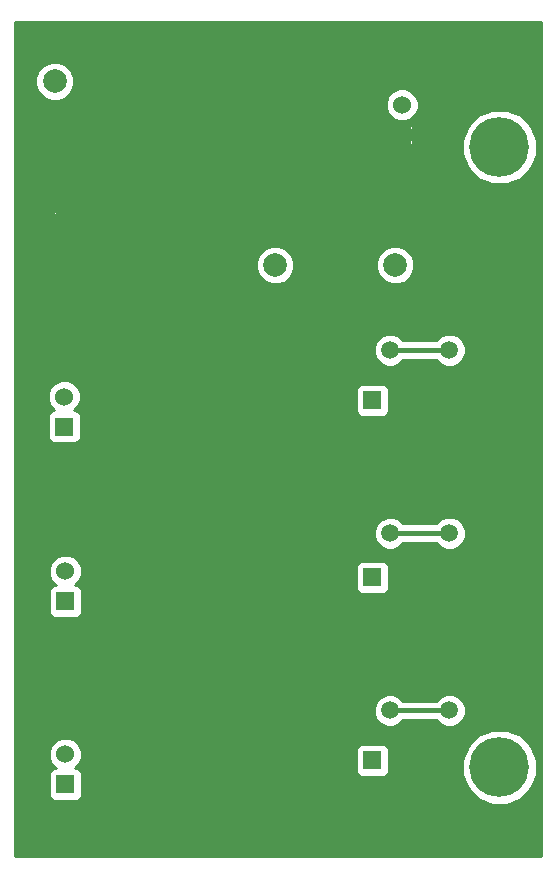
<source format=gbl>
%FSLAX34Y34*%
G04 Gerber Fmt 3.4, Leading zero omitted, Abs format*
G04 (created by PCBNEW (2013-12-18 BZR 4557)-product) date lun 23 dic 2013 19:24:46 CLST*
%MOIN*%
G01*
G70*
G90*
G04 APERTURE LIST*
%ADD10C,0.005906*%
%ADD11C,0.199370*%
%ADD12C,0.078700*%
%ADD13R,0.060000X0.060000*%
%ADD14C,0.060000*%
%ADD15C,0.059055*%
%ADD16C,0.015748*%
%ADD17C,0.010000*%
G04 APERTURE END LIST*
G54D10*
G54D11*
X53937Y-31299D03*
G54D12*
X39114Y-33110D03*
X39114Y-29110D03*
X50453Y-35236D03*
X46453Y-35236D03*
G54D13*
X50688Y-30893D03*
G54D14*
X50688Y-29893D03*
G54D13*
X39429Y-40618D03*
G54D14*
X39429Y-39618D03*
G54D13*
X39468Y-52547D03*
G54D14*
X39468Y-51547D03*
G54D13*
X39468Y-46444D03*
G54D14*
X39468Y-45444D03*
G54D13*
X49704Y-39736D03*
G54D14*
X49704Y-40736D03*
G54D13*
X49704Y-45641D03*
G54D14*
X49704Y-46641D03*
G54D13*
X49704Y-51744D03*
G54D14*
X49704Y-52744D03*
G54D11*
X53937Y-51968D03*
G54D15*
X52263Y-50078D03*
X50295Y-50078D03*
X50295Y-44173D03*
X52263Y-44173D03*
X50295Y-38070D03*
X52263Y-38070D03*
X48326Y-31181D03*
X48129Y-32755D03*
G54D16*
X52263Y-50078D02*
X50295Y-50078D01*
X52263Y-44173D02*
X50295Y-44173D01*
X50295Y-38070D02*
X52263Y-38070D01*
X48326Y-31181D02*
X48326Y-32559D01*
X48326Y-32559D02*
X48129Y-32755D01*
G54D10*
G36*
X55330Y-54917D02*
X55184Y-54917D01*
X55184Y-51721D01*
X55184Y-31052D01*
X54994Y-30593D01*
X54644Y-30242D01*
X54186Y-30052D01*
X53690Y-30052D01*
X53231Y-30241D01*
X52880Y-30592D01*
X52690Y-31050D01*
X52689Y-31546D01*
X52879Y-32004D01*
X53229Y-32355D01*
X53687Y-32545D01*
X54183Y-32546D01*
X54642Y-32356D01*
X54993Y-32006D01*
X55183Y-31548D01*
X55184Y-31052D01*
X55184Y-51721D01*
X54994Y-51263D01*
X54644Y-50912D01*
X54186Y-50721D01*
X53690Y-50721D01*
X53231Y-50910D01*
X52880Y-51261D01*
X52809Y-51433D01*
X52809Y-49970D01*
X52809Y-44065D01*
X52809Y-37962D01*
X52726Y-37762D01*
X52573Y-37608D01*
X52372Y-37525D01*
X52155Y-37525D01*
X51955Y-37608D01*
X51821Y-37742D01*
X51239Y-37742D01*
X51239Y-29784D01*
X51155Y-29582D01*
X51000Y-29427D01*
X50798Y-29343D01*
X50580Y-29343D01*
X50377Y-29427D01*
X50222Y-29581D01*
X50139Y-29783D01*
X50138Y-30002D01*
X50222Y-30204D01*
X50377Y-30359D01*
X50579Y-30443D01*
X50797Y-30443D01*
X51000Y-30360D01*
X51154Y-30205D01*
X51238Y-30003D01*
X51239Y-29784D01*
X51239Y-37742D01*
X51096Y-37742D01*
X51096Y-35108D01*
X51038Y-34968D01*
X51038Y-31203D01*
X51038Y-31056D01*
X51038Y-30731D01*
X51038Y-30583D01*
X51031Y-30565D01*
X51017Y-30551D01*
X50998Y-30543D01*
X50979Y-30543D01*
X50851Y-30543D01*
X50838Y-30556D01*
X50838Y-30743D01*
X51026Y-30743D01*
X51038Y-30731D01*
X51038Y-31056D01*
X51026Y-31043D01*
X50838Y-31043D01*
X50838Y-31231D01*
X50851Y-31243D01*
X50979Y-31243D01*
X50998Y-31243D01*
X51017Y-31236D01*
X51031Y-31222D01*
X51038Y-31203D01*
X51038Y-34968D01*
X50999Y-34872D01*
X50818Y-34691D01*
X50581Y-34592D01*
X50538Y-34592D01*
X50538Y-31231D01*
X50538Y-31043D01*
X50538Y-30743D01*
X50538Y-30556D01*
X50526Y-30543D01*
X50398Y-30543D01*
X50379Y-30543D01*
X50360Y-30551D01*
X50346Y-30565D01*
X50338Y-30583D01*
X50338Y-30731D01*
X50351Y-30743D01*
X50538Y-30743D01*
X50538Y-31043D01*
X50351Y-31043D01*
X50338Y-31056D01*
X50338Y-31203D01*
X50346Y-31222D01*
X50360Y-31236D01*
X50379Y-31243D01*
X50398Y-31243D01*
X50526Y-31243D01*
X50538Y-31231D01*
X50538Y-34592D01*
X50325Y-34592D01*
X50089Y-34690D01*
X49908Y-34871D01*
X49809Y-35107D01*
X49809Y-35363D01*
X49907Y-35600D01*
X50088Y-35781D01*
X50324Y-35879D01*
X50580Y-35879D01*
X50817Y-35782D01*
X50998Y-35601D01*
X51096Y-35364D01*
X51096Y-35108D01*
X51096Y-37742D01*
X50737Y-37742D01*
X50604Y-37608D01*
X50404Y-37525D01*
X50187Y-37525D01*
X49986Y-37608D01*
X49833Y-37761D01*
X49750Y-37961D01*
X49749Y-38178D01*
X49832Y-38379D01*
X49985Y-38532D01*
X50186Y-38616D01*
X50403Y-38616D01*
X50603Y-38533D01*
X50737Y-38399D01*
X51821Y-38399D01*
X51954Y-38532D01*
X52154Y-38616D01*
X52371Y-38616D01*
X52572Y-38533D01*
X52725Y-38380D01*
X52808Y-38179D01*
X52809Y-37962D01*
X52809Y-44065D01*
X52726Y-43864D01*
X52573Y-43711D01*
X52372Y-43628D01*
X52155Y-43627D01*
X51955Y-43710D01*
X51821Y-43844D01*
X50737Y-43844D01*
X50604Y-43711D01*
X50404Y-43628D01*
X50254Y-43627D01*
X50254Y-40085D01*
X50254Y-39986D01*
X50254Y-39386D01*
X50216Y-39294D01*
X50146Y-39224D01*
X50054Y-39186D01*
X49954Y-39186D01*
X49354Y-39186D01*
X49263Y-39224D01*
X49192Y-39294D01*
X49154Y-39386D01*
X49154Y-39485D01*
X49154Y-40085D01*
X49192Y-40177D01*
X49263Y-40248D01*
X49354Y-40286D01*
X49454Y-40286D01*
X50054Y-40286D01*
X50146Y-40248D01*
X50216Y-40177D01*
X50254Y-40085D01*
X50254Y-43627D01*
X50187Y-43627D01*
X50054Y-43682D01*
X50054Y-40805D01*
X50054Y-40667D01*
X50029Y-40623D01*
X49916Y-40736D01*
X50029Y-40849D01*
X50054Y-40805D01*
X50054Y-43682D01*
X49986Y-43710D01*
X49833Y-43863D01*
X49817Y-43901D01*
X49817Y-41061D01*
X49817Y-40410D01*
X49773Y-40386D01*
X49635Y-40386D01*
X49591Y-40410D01*
X49704Y-40524D01*
X49817Y-40410D01*
X49817Y-41061D01*
X49704Y-40948D01*
X49591Y-41061D01*
X49635Y-41086D01*
X49773Y-41086D01*
X49817Y-41061D01*
X49817Y-43901D01*
X49750Y-44064D01*
X49749Y-44281D01*
X49832Y-44481D01*
X49985Y-44635D01*
X50186Y-44718D01*
X50403Y-44718D01*
X50603Y-44635D01*
X50737Y-44501D01*
X51821Y-44501D01*
X51954Y-44635D01*
X52154Y-44718D01*
X52371Y-44718D01*
X52572Y-44635D01*
X52725Y-44482D01*
X52808Y-44282D01*
X52809Y-44065D01*
X52809Y-49970D01*
X52726Y-49770D01*
X52573Y-49616D01*
X52372Y-49533D01*
X52155Y-49533D01*
X51955Y-49616D01*
X51821Y-49750D01*
X50737Y-49750D01*
X50604Y-49616D01*
X50404Y-49533D01*
X50254Y-49533D01*
X50254Y-45991D01*
X50254Y-45892D01*
X50254Y-45292D01*
X50216Y-45200D01*
X50146Y-45129D01*
X50054Y-45091D01*
X49954Y-45091D01*
X49492Y-45091D01*
X49492Y-40736D01*
X49379Y-40623D01*
X49354Y-40667D01*
X49354Y-40805D01*
X49379Y-40849D01*
X49492Y-40736D01*
X49492Y-45091D01*
X49354Y-45091D01*
X49263Y-45129D01*
X49192Y-45200D01*
X49154Y-45292D01*
X49154Y-45391D01*
X49154Y-45991D01*
X49192Y-46083D01*
X49263Y-46153D01*
X49354Y-46191D01*
X49454Y-46191D01*
X50054Y-46191D01*
X50146Y-46153D01*
X50216Y-46083D01*
X50254Y-45991D01*
X50254Y-49533D01*
X50187Y-49533D01*
X50054Y-49588D01*
X50054Y-46710D01*
X50054Y-46572D01*
X50029Y-46528D01*
X49916Y-46641D01*
X50029Y-46754D01*
X50054Y-46710D01*
X50054Y-49588D01*
X49986Y-49616D01*
X49833Y-49769D01*
X49817Y-49806D01*
X49817Y-46966D01*
X49817Y-46316D01*
X49773Y-46291D01*
X49635Y-46291D01*
X49591Y-46316D01*
X49704Y-46429D01*
X49817Y-46316D01*
X49817Y-46966D01*
X49704Y-46853D01*
X49591Y-46966D01*
X49635Y-46991D01*
X49773Y-46991D01*
X49817Y-46966D01*
X49817Y-49806D01*
X49750Y-49969D01*
X49749Y-50186D01*
X49832Y-50387D01*
X49985Y-50540D01*
X50186Y-50623D01*
X50403Y-50624D01*
X50603Y-50541D01*
X50737Y-50407D01*
X51821Y-50407D01*
X51954Y-50540D01*
X52154Y-50623D01*
X52371Y-50624D01*
X52572Y-50541D01*
X52725Y-50388D01*
X52808Y-50187D01*
X52809Y-49970D01*
X52809Y-51433D01*
X52690Y-51719D01*
X52689Y-52215D01*
X52879Y-52673D01*
X53229Y-53024D01*
X53687Y-53215D01*
X54183Y-53215D01*
X54642Y-53026D01*
X54993Y-52675D01*
X55183Y-52217D01*
X55184Y-51721D01*
X55184Y-54917D01*
X50254Y-54917D01*
X50254Y-52093D01*
X50254Y-51994D01*
X50254Y-51394D01*
X50216Y-51302D01*
X50146Y-51232D01*
X50054Y-51194D01*
X49954Y-51194D01*
X49492Y-51194D01*
X49492Y-46641D01*
X49379Y-46528D01*
X49354Y-46572D01*
X49354Y-46710D01*
X49379Y-46754D01*
X49492Y-46641D01*
X49492Y-51194D01*
X49354Y-51194D01*
X49263Y-51232D01*
X49192Y-51302D01*
X49154Y-51394D01*
X49154Y-51493D01*
X49154Y-52093D01*
X49192Y-52185D01*
X49263Y-52256D01*
X49354Y-52294D01*
X49454Y-52294D01*
X50054Y-52294D01*
X50146Y-52256D01*
X50216Y-52185D01*
X50254Y-52093D01*
X50254Y-54917D01*
X50054Y-54917D01*
X50054Y-52813D01*
X50054Y-52675D01*
X50029Y-52630D01*
X49916Y-52744D01*
X50029Y-52857D01*
X50054Y-52813D01*
X50054Y-54917D01*
X49817Y-54917D01*
X49817Y-53069D01*
X49817Y-52418D01*
X49773Y-52393D01*
X49635Y-52393D01*
X49591Y-52418D01*
X49704Y-52531D01*
X49817Y-52418D01*
X49817Y-53069D01*
X49704Y-52956D01*
X49591Y-53069D01*
X49635Y-53094D01*
X49773Y-53094D01*
X49817Y-53069D01*
X49817Y-54917D01*
X49492Y-54917D01*
X49492Y-52744D01*
X49379Y-52630D01*
X49354Y-52675D01*
X49354Y-52813D01*
X49379Y-52857D01*
X49492Y-52744D01*
X49492Y-54917D01*
X47096Y-54917D01*
X47096Y-35108D01*
X46999Y-34872D01*
X46818Y-34691D01*
X46581Y-34592D01*
X46325Y-34592D01*
X46089Y-34690D01*
X45908Y-34871D01*
X45809Y-35107D01*
X45809Y-35363D01*
X45907Y-35600D01*
X46088Y-35781D01*
X46324Y-35879D01*
X46580Y-35879D01*
X46817Y-35782D01*
X46998Y-35601D01*
X47096Y-35364D01*
X47096Y-35108D01*
X47096Y-54917D01*
X40018Y-54917D01*
X40018Y-51438D01*
X40018Y-45335D01*
X39979Y-45240D01*
X39979Y-39509D01*
X39895Y-39306D01*
X39757Y-39168D01*
X39757Y-28983D01*
X39660Y-28746D01*
X39479Y-28565D01*
X39242Y-28467D01*
X38986Y-28467D01*
X38750Y-28564D01*
X38568Y-28745D01*
X38470Y-28982D01*
X38470Y-29238D01*
X38568Y-29474D01*
X38749Y-29655D01*
X38985Y-29754D01*
X39241Y-29754D01*
X39478Y-29656D01*
X39659Y-29475D01*
X39757Y-29239D01*
X39757Y-28983D01*
X39757Y-39168D01*
X39741Y-39152D01*
X39559Y-39076D01*
X39559Y-33190D01*
X39559Y-33030D01*
X39531Y-32971D01*
X39392Y-33110D01*
X39531Y-33249D01*
X39559Y-33190D01*
X39559Y-39076D01*
X39539Y-39068D01*
X39320Y-39068D01*
X39253Y-39095D01*
X39253Y-33527D01*
X39253Y-32693D01*
X39194Y-32665D01*
X39034Y-32665D01*
X38975Y-32693D01*
X39114Y-32832D01*
X39253Y-32693D01*
X39253Y-33527D01*
X39114Y-33388D01*
X38975Y-33527D01*
X39034Y-33555D01*
X39194Y-33555D01*
X39253Y-33527D01*
X39253Y-39095D01*
X39117Y-39151D01*
X38963Y-39306D01*
X38879Y-39508D01*
X38879Y-39727D01*
X38962Y-39929D01*
X39101Y-40068D01*
X39079Y-40068D01*
X38987Y-40106D01*
X38917Y-40176D01*
X38879Y-40268D01*
X38879Y-40367D01*
X38879Y-40967D01*
X38917Y-41059D01*
X38987Y-41130D01*
X39079Y-41168D01*
X39178Y-41168D01*
X39778Y-41168D01*
X39870Y-41130D01*
X39941Y-41059D01*
X39979Y-40967D01*
X39979Y-40868D01*
X39979Y-40268D01*
X39941Y-40176D01*
X39870Y-40106D01*
X39778Y-40068D01*
X39756Y-40068D01*
X39895Y-39930D01*
X39979Y-39727D01*
X39979Y-39509D01*
X39979Y-45240D01*
X39935Y-45133D01*
X39780Y-44978D01*
X39578Y-44894D01*
X39359Y-44894D01*
X39157Y-44978D01*
X39002Y-45132D01*
X38918Y-45335D01*
X38918Y-45553D01*
X39001Y-45756D01*
X39140Y-45894D01*
X39118Y-45894D01*
X39026Y-45932D01*
X38956Y-46003D01*
X38918Y-46095D01*
X38918Y-46194D01*
X38918Y-46794D01*
X38956Y-46886D01*
X39026Y-46956D01*
X39118Y-46994D01*
X39218Y-46994D01*
X39818Y-46994D01*
X39910Y-46956D01*
X39980Y-46886D01*
X40018Y-46794D01*
X40018Y-46695D01*
X40018Y-46095D01*
X39980Y-46003D01*
X39910Y-45932D01*
X39818Y-45894D01*
X39796Y-45894D01*
X39934Y-45756D01*
X40018Y-45554D01*
X40018Y-45335D01*
X40018Y-51438D01*
X39935Y-51236D01*
X39780Y-51081D01*
X39578Y-50997D01*
X39359Y-50997D01*
X39157Y-51080D01*
X39002Y-51235D01*
X38918Y-51437D01*
X38918Y-51656D01*
X39001Y-51858D01*
X39140Y-51997D01*
X39118Y-51997D01*
X39026Y-52035D01*
X38956Y-52105D01*
X38918Y-52197D01*
X38918Y-52296D01*
X38918Y-52896D01*
X38956Y-52988D01*
X39026Y-53059D01*
X39118Y-53097D01*
X39218Y-53097D01*
X39818Y-53097D01*
X39910Y-53059D01*
X39980Y-52988D01*
X40018Y-52896D01*
X40018Y-52797D01*
X40018Y-52197D01*
X39980Y-52105D01*
X39910Y-52035D01*
X39818Y-51997D01*
X39796Y-51997D01*
X39934Y-51859D01*
X40018Y-51657D01*
X40018Y-51438D01*
X40018Y-54917D01*
X38835Y-54917D01*
X38835Y-33110D01*
X38697Y-32971D01*
X38669Y-33030D01*
X38669Y-33190D01*
X38697Y-33249D01*
X38835Y-33110D01*
X38835Y-54917D01*
X37779Y-54917D01*
X37779Y-27129D01*
X55330Y-27129D01*
X55330Y-54917D01*
X55330Y-54917D01*
G37*
G54D17*
X55330Y-54917D02*
X55184Y-54917D01*
X55184Y-51721D01*
X55184Y-31052D01*
X54994Y-30593D01*
X54644Y-30242D01*
X54186Y-30052D01*
X53690Y-30052D01*
X53231Y-30241D01*
X52880Y-30592D01*
X52690Y-31050D01*
X52689Y-31546D01*
X52879Y-32004D01*
X53229Y-32355D01*
X53687Y-32545D01*
X54183Y-32546D01*
X54642Y-32356D01*
X54993Y-32006D01*
X55183Y-31548D01*
X55184Y-31052D01*
X55184Y-51721D01*
X54994Y-51263D01*
X54644Y-50912D01*
X54186Y-50721D01*
X53690Y-50721D01*
X53231Y-50910D01*
X52880Y-51261D01*
X52809Y-51433D01*
X52809Y-49970D01*
X52809Y-44065D01*
X52809Y-37962D01*
X52726Y-37762D01*
X52573Y-37608D01*
X52372Y-37525D01*
X52155Y-37525D01*
X51955Y-37608D01*
X51821Y-37742D01*
X51239Y-37742D01*
X51239Y-29784D01*
X51155Y-29582D01*
X51000Y-29427D01*
X50798Y-29343D01*
X50580Y-29343D01*
X50377Y-29427D01*
X50222Y-29581D01*
X50139Y-29783D01*
X50138Y-30002D01*
X50222Y-30204D01*
X50377Y-30359D01*
X50579Y-30443D01*
X50797Y-30443D01*
X51000Y-30360D01*
X51154Y-30205D01*
X51238Y-30003D01*
X51239Y-29784D01*
X51239Y-37742D01*
X51096Y-37742D01*
X51096Y-35108D01*
X51038Y-34968D01*
X51038Y-31203D01*
X51038Y-31056D01*
X51038Y-30731D01*
X51038Y-30583D01*
X51031Y-30565D01*
X51017Y-30551D01*
X50998Y-30543D01*
X50979Y-30543D01*
X50851Y-30543D01*
X50838Y-30556D01*
X50838Y-30743D01*
X51026Y-30743D01*
X51038Y-30731D01*
X51038Y-31056D01*
X51026Y-31043D01*
X50838Y-31043D01*
X50838Y-31231D01*
X50851Y-31243D01*
X50979Y-31243D01*
X50998Y-31243D01*
X51017Y-31236D01*
X51031Y-31222D01*
X51038Y-31203D01*
X51038Y-34968D01*
X50999Y-34872D01*
X50818Y-34691D01*
X50581Y-34592D01*
X50538Y-34592D01*
X50538Y-31231D01*
X50538Y-31043D01*
X50538Y-30743D01*
X50538Y-30556D01*
X50526Y-30543D01*
X50398Y-30543D01*
X50379Y-30543D01*
X50360Y-30551D01*
X50346Y-30565D01*
X50338Y-30583D01*
X50338Y-30731D01*
X50351Y-30743D01*
X50538Y-30743D01*
X50538Y-31043D01*
X50351Y-31043D01*
X50338Y-31056D01*
X50338Y-31203D01*
X50346Y-31222D01*
X50360Y-31236D01*
X50379Y-31243D01*
X50398Y-31243D01*
X50526Y-31243D01*
X50538Y-31231D01*
X50538Y-34592D01*
X50325Y-34592D01*
X50089Y-34690D01*
X49908Y-34871D01*
X49809Y-35107D01*
X49809Y-35363D01*
X49907Y-35600D01*
X50088Y-35781D01*
X50324Y-35879D01*
X50580Y-35879D01*
X50817Y-35782D01*
X50998Y-35601D01*
X51096Y-35364D01*
X51096Y-35108D01*
X51096Y-37742D01*
X50737Y-37742D01*
X50604Y-37608D01*
X50404Y-37525D01*
X50187Y-37525D01*
X49986Y-37608D01*
X49833Y-37761D01*
X49750Y-37961D01*
X49749Y-38178D01*
X49832Y-38379D01*
X49985Y-38532D01*
X50186Y-38616D01*
X50403Y-38616D01*
X50603Y-38533D01*
X50737Y-38399D01*
X51821Y-38399D01*
X51954Y-38532D01*
X52154Y-38616D01*
X52371Y-38616D01*
X52572Y-38533D01*
X52725Y-38380D01*
X52808Y-38179D01*
X52809Y-37962D01*
X52809Y-44065D01*
X52726Y-43864D01*
X52573Y-43711D01*
X52372Y-43628D01*
X52155Y-43627D01*
X51955Y-43710D01*
X51821Y-43844D01*
X50737Y-43844D01*
X50604Y-43711D01*
X50404Y-43628D01*
X50254Y-43627D01*
X50254Y-40085D01*
X50254Y-39986D01*
X50254Y-39386D01*
X50216Y-39294D01*
X50146Y-39224D01*
X50054Y-39186D01*
X49954Y-39186D01*
X49354Y-39186D01*
X49263Y-39224D01*
X49192Y-39294D01*
X49154Y-39386D01*
X49154Y-39485D01*
X49154Y-40085D01*
X49192Y-40177D01*
X49263Y-40248D01*
X49354Y-40286D01*
X49454Y-40286D01*
X50054Y-40286D01*
X50146Y-40248D01*
X50216Y-40177D01*
X50254Y-40085D01*
X50254Y-43627D01*
X50187Y-43627D01*
X50054Y-43682D01*
X50054Y-40805D01*
X50054Y-40667D01*
X50029Y-40623D01*
X49916Y-40736D01*
X50029Y-40849D01*
X50054Y-40805D01*
X50054Y-43682D01*
X49986Y-43710D01*
X49833Y-43863D01*
X49817Y-43901D01*
X49817Y-41061D01*
X49817Y-40410D01*
X49773Y-40386D01*
X49635Y-40386D01*
X49591Y-40410D01*
X49704Y-40524D01*
X49817Y-40410D01*
X49817Y-41061D01*
X49704Y-40948D01*
X49591Y-41061D01*
X49635Y-41086D01*
X49773Y-41086D01*
X49817Y-41061D01*
X49817Y-43901D01*
X49750Y-44064D01*
X49749Y-44281D01*
X49832Y-44481D01*
X49985Y-44635D01*
X50186Y-44718D01*
X50403Y-44718D01*
X50603Y-44635D01*
X50737Y-44501D01*
X51821Y-44501D01*
X51954Y-44635D01*
X52154Y-44718D01*
X52371Y-44718D01*
X52572Y-44635D01*
X52725Y-44482D01*
X52808Y-44282D01*
X52809Y-44065D01*
X52809Y-49970D01*
X52726Y-49770D01*
X52573Y-49616D01*
X52372Y-49533D01*
X52155Y-49533D01*
X51955Y-49616D01*
X51821Y-49750D01*
X50737Y-49750D01*
X50604Y-49616D01*
X50404Y-49533D01*
X50254Y-49533D01*
X50254Y-45991D01*
X50254Y-45892D01*
X50254Y-45292D01*
X50216Y-45200D01*
X50146Y-45129D01*
X50054Y-45091D01*
X49954Y-45091D01*
X49492Y-45091D01*
X49492Y-40736D01*
X49379Y-40623D01*
X49354Y-40667D01*
X49354Y-40805D01*
X49379Y-40849D01*
X49492Y-40736D01*
X49492Y-45091D01*
X49354Y-45091D01*
X49263Y-45129D01*
X49192Y-45200D01*
X49154Y-45292D01*
X49154Y-45391D01*
X49154Y-45991D01*
X49192Y-46083D01*
X49263Y-46153D01*
X49354Y-46191D01*
X49454Y-46191D01*
X50054Y-46191D01*
X50146Y-46153D01*
X50216Y-46083D01*
X50254Y-45991D01*
X50254Y-49533D01*
X50187Y-49533D01*
X50054Y-49588D01*
X50054Y-46710D01*
X50054Y-46572D01*
X50029Y-46528D01*
X49916Y-46641D01*
X50029Y-46754D01*
X50054Y-46710D01*
X50054Y-49588D01*
X49986Y-49616D01*
X49833Y-49769D01*
X49817Y-49806D01*
X49817Y-46966D01*
X49817Y-46316D01*
X49773Y-46291D01*
X49635Y-46291D01*
X49591Y-46316D01*
X49704Y-46429D01*
X49817Y-46316D01*
X49817Y-46966D01*
X49704Y-46853D01*
X49591Y-46966D01*
X49635Y-46991D01*
X49773Y-46991D01*
X49817Y-46966D01*
X49817Y-49806D01*
X49750Y-49969D01*
X49749Y-50186D01*
X49832Y-50387D01*
X49985Y-50540D01*
X50186Y-50623D01*
X50403Y-50624D01*
X50603Y-50541D01*
X50737Y-50407D01*
X51821Y-50407D01*
X51954Y-50540D01*
X52154Y-50623D01*
X52371Y-50624D01*
X52572Y-50541D01*
X52725Y-50388D01*
X52808Y-50187D01*
X52809Y-49970D01*
X52809Y-51433D01*
X52690Y-51719D01*
X52689Y-52215D01*
X52879Y-52673D01*
X53229Y-53024D01*
X53687Y-53215D01*
X54183Y-53215D01*
X54642Y-53026D01*
X54993Y-52675D01*
X55183Y-52217D01*
X55184Y-51721D01*
X55184Y-54917D01*
X50254Y-54917D01*
X50254Y-52093D01*
X50254Y-51994D01*
X50254Y-51394D01*
X50216Y-51302D01*
X50146Y-51232D01*
X50054Y-51194D01*
X49954Y-51194D01*
X49492Y-51194D01*
X49492Y-46641D01*
X49379Y-46528D01*
X49354Y-46572D01*
X49354Y-46710D01*
X49379Y-46754D01*
X49492Y-46641D01*
X49492Y-51194D01*
X49354Y-51194D01*
X49263Y-51232D01*
X49192Y-51302D01*
X49154Y-51394D01*
X49154Y-51493D01*
X49154Y-52093D01*
X49192Y-52185D01*
X49263Y-52256D01*
X49354Y-52294D01*
X49454Y-52294D01*
X50054Y-52294D01*
X50146Y-52256D01*
X50216Y-52185D01*
X50254Y-52093D01*
X50254Y-54917D01*
X50054Y-54917D01*
X50054Y-52813D01*
X50054Y-52675D01*
X50029Y-52630D01*
X49916Y-52744D01*
X50029Y-52857D01*
X50054Y-52813D01*
X50054Y-54917D01*
X49817Y-54917D01*
X49817Y-53069D01*
X49817Y-52418D01*
X49773Y-52393D01*
X49635Y-52393D01*
X49591Y-52418D01*
X49704Y-52531D01*
X49817Y-52418D01*
X49817Y-53069D01*
X49704Y-52956D01*
X49591Y-53069D01*
X49635Y-53094D01*
X49773Y-53094D01*
X49817Y-53069D01*
X49817Y-54917D01*
X49492Y-54917D01*
X49492Y-52744D01*
X49379Y-52630D01*
X49354Y-52675D01*
X49354Y-52813D01*
X49379Y-52857D01*
X49492Y-52744D01*
X49492Y-54917D01*
X47096Y-54917D01*
X47096Y-35108D01*
X46999Y-34872D01*
X46818Y-34691D01*
X46581Y-34592D01*
X46325Y-34592D01*
X46089Y-34690D01*
X45908Y-34871D01*
X45809Y-35107D01*
X45809Y-35363D01*
X45907Y-35600D01*
X46088Y-35781D01*
X46324Y-35879D01*
X46580Y-35879D01*
X46817Y-35782D01*
X46998Y-35601D01*
X47096Y-35364D01*
X47096Y-35108D01*
X47096Y-54917D01*
X40018Y-54917D01*
X40018Y-51438D01*
X40018Y-45335D01*
X39979Y-45240D01*
X39979Y-39509D01*
X39895Y-39306D01*
X39757Y-39168D01*
X39757Y-28983D01*
X39660Y-28746D01*
X39479Y-28565D01*
X39242Y-28467D01*
X38986Y-28467D01*
X38750Y-28564D01*
X38568Y-28745D01*
X38470Y-28982D01*
X38470Y-29238D01*
X38568Y-29474D01*
X38749Y-29655D01*
X38985Y-29754D01*
X39241Y-29754D01*
X39478Y-29656D01*
X39659Y-29475D01*
X39757Y-29239D01*
X39757Y-28983D01*
X39757Y-39168D01*
X39741Y-39152D01*
X39559Y-39076D01*
X39559Y-33190D01*
X39559Y-33030D01*
X39531Y-32971D01*
X39392Y-33110D01*
X39531Y-33249D01*
X39559Y-33190D01*
X39559Y-39076D01*
X39539Y-39068D01*
X39320Y-39068D01*
X39253Y-39095D01*
X39253Y-33527D01*
X39253Y-32693D01*
X39194Y-32665D01*
X39034Y-32665D01*
X38975Y-32693D01*
X39114Y-32832D01*
X39253Y-32693D01*
X39253Y-33527D01*
X39114Y-33388D01*
X38975Y-33527D01*
X39034Y-33555D01*
X39194Y-33555D01*
X39253Y-33527D01*
X39253Y-39095D01*
X39117Y-39151D01*
X38963Y-39306D01*
X38879Y-39508D01*
X38879Y-39727D01*
X38962Y-39929D01*
X39101Y-40068D01*
X39079Y-40068D01*
X38987Y-40106D01*
X38917Y-40176D01*
X38879Y-40268D01*
X38879Y-40367D01*
X38879Y-40967D01*
X38917Y-41059D01*
X38987Y-41130D01*
X39079Y-41168D01*
X39178Y-41168D01*
X39778Y-41168D01*
X39870Y-41130D01*
X39941Y-41059D01*
X39979Y-40967D01*
X39979Y-40868D01*
X39979Y-40268D01*
X39941Y-40176D01*
X39870Y-40106D01*
X39778Y-40068D01*
X39756Y-40068D01*
X39895Y-39930D01*
X39979Y-39727D01*
X39979Y-39509D01*
X39979Y-45240D01*
X39935Y-45133D01*
X39780Y-44978D01*
X39578Y-44894D01*
X39359Y-44894D01*
X39157Y-44978D01*
X39002Y-45132D01*
X38918Y-45335D01*
X38918Y-45553D01*
X39001Y-45756D01*
X39140Y-45894D01*
X39118Y-45894D01*
X39026Y-45932D01*
X38956Y-46003D01*
X38918Y-46095D01*
X38918Y-46194D01*
X38918Y-46794D01*
X38956Y-46886D01*
X39026Y-46956D01*
X39118Y-46994D01*
X39218Y-46994D01*
X39818Y-46994D01*
X39910Y-46956D01*
X39980Y-46886D01*
X40018Y-46794D01*
X40018Y-46695D01*
X40018Y-46095D01*
X39980Y-46003D01*
X39910Y-45932D01*
X39818Y-45894D01*
X39796Y-45894D01*
X39934Y-45756D01*
X40018Y-45554D01*
X40018Y-45335D01*
X40018Y-51438D01*
X39935Y-51236D01*
X39780Y-51081D01*
X39578Y-50997D01*
X39359Y-50997D01*
X39157Y-51080D01*
X39002Y-51235D01*
X38918Y-51437D01*
X38918Y-51656D01*
X39001Y-51858D01*
X39140Y-51997D01*
X39118Y-51997D01*
X39026Y-52035D01*
X38956Y-52105D01*
X38918Y-52197D01*
X38918Y-52296D01*
X38918Y-52896D01*
X38956Y-52988D01*
X39026Y-53059D01*
X39118Y-53097D01*
X39218Y-53097D01*
X39818Y-53097D01*
X39910Y-53059D01*
X39980Y-52988D01*
X40018Y-52896D01*
X40018Y-52797D01*
X40018Y-52197D01*
X39980Y-52105D01*
X39910Y-52035D01*
X39818Y-51997D01*
X39796Y-51997D01*
X39934Y-51859D01*
X40018Y-51657D01*
X40018Y-51438D01*
X40018Y-54917D01*
X38835Y-54917D01*
X38835Y-33110D01*
X38697Y-32971D01*
X38669Y-33030D01*
X38669Y-33190D01*
X38697Y-33249D01*
X38835Y-33110D01*
X38835Y-54917D01*
X37779Y-54917D01*
X37779Y-27129D01*
X55330Y-27129D01*
X55330Y-54917D01*
M02*

</source>
